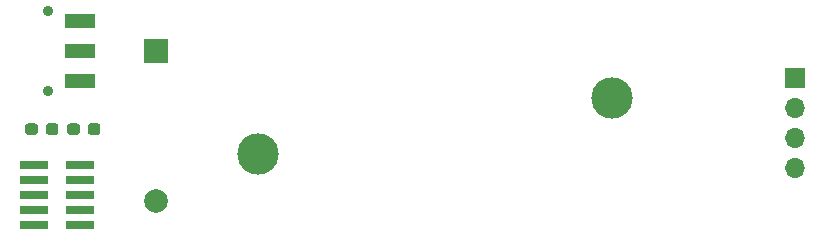
<source format=gbr>
G04 #@! TF.GenerationSoftware,KiCad,Pcbnew,(5.0.0)*
G04 #@! TF.CreationDate,2019-03-11T20:11:46-04:00*
G04 #@! TF.ProjectId,DebugAdapter,4465627567416461707465722E6B6963,rev?*
G04 #@! TF.SameCoordinates,Original*
G04 #@! TF.FileFunction,Soldermask,Top*
G04 #@! TF.FilePolarity,Negative*
%FSLAX46Y46*%
G04 Gerber Fmt 4.6, Leading zero omitted, Abs format (unit mm)*
G04 Created by KiCad (PCBNEW (5.0.0)) date 03/11/19 20:11:46*
%MOMM*%
%LPD*%
G01*
G04 APERTURE LIST*
%ADD10R,2.000000X2.000000*%
%ADD11C,2.000000*%
%ADD12C,3.500000*%
%ADD13C,0.100000*%
%ADD14C,0.950000*%
%ADD15R,2.400000X0.740000*%
%ADD16R,1.700000X1.700000*%
%ADD17O,1.700000X1.700000*%
%ADD18R,2.500000X1.250000*%
%ADD19C,0.900000*%
G04 APERTURE END LIST*
D10*
G04 #@! TO.C,BT1*
X109220000Y-81788000D03*
D11*
X109220000Y-94488000D03*
D12*
X117856000Y-90487500D03*
X147828000Y-85750400D03*
G04 #@! TD*
D13*
G04 #@! TO.C,D1*
G36*
X100753779Y-87918144D02*
X100776834Y-87921563D01*
X100799443Y-87927227D01*
X100821387Y-87935079D01*
X100842457Y-87945044D01*
X100862448Y-87957026D01*
X100881168Y-87970910D01*
X100898438Y-87986562D01*
X100914090Y-88003832D01*
X100927974Y-88022552D01*
X100939956Y-88042543D01*
X100949921Y-88063613D01*
X100957773Y-88085557D01*
X100963437Y-88108166D01*
X100966856Y-88131221D01*
X100968000Y-88154500D01*
X100968000Y-88629500D01*
X100966856Y-88652779D01*
X100963437Y-88675834D01*
X100957773Y-88698443D01*
X100949921Y-88720387D01*
X100939956Y-88741457D01*
X100927974Y-88761448D01*
X100914090Y-88780168D01*
X100898438Y-88797438D01*
X100881168Y-88813090D01*
X100862448Y-88826974D01*
X100842457Y-88838956D01*
X100821387Y-88848921D01*
X100799443Y-88856773D01*
X100776834Y-88862437D01*
X100753779Y-88865856D01*
X100730500Y-88867000D01*
X100155500Y-88867000D01*
X100132221Y-88865856D01*
X100109166Y-88862437D01*
X100086557Y-88856773D01*
X100064613Y-88848921D01*
X100043543Y-88838956D01*
X100023552Y-88826974D01*
X100004832Y-88813090D01*
X99987562Y-88797438D01*
X99971910Y-88780168D01*
X99958026Y-88761448D01*
X99946044Y-88741457D01*
X99936079Y-88720387D01*
X99928227Y-88698443D01*
X99922563Y-88675834D01*
X99919144Y-88652779D01*
X99918000Y-88629500D01*
X99918000Y-88154500D01*
X99919144Y-88131221D01*
X99922563Y-88108166D01*
X99928227Y-88085557D01*
X99936079Y-88063613D01*
X99946044Y-88042543D01*
X99958026Y-88022552D01*
X99971910Y-88003832D01*
X99987562Y-87986562D01*
X100004832Y-87970910D01*
X100023552Y-87957026D01*
X100043543Y-87945044D01*
X100064613Y-87935079D01*
X100086557Y-87927227D01*
X100109166Y-87921563D01*
X100132221Y-87918144D01*
X100155500Y-87917000D01*
X100730500Y-87917000D01*
X100753779Y-87918144D01*
X100753779Y-87918144D01*
G37*
D14*
X100443000Y-88392000D03*
D13*
G36*
X99003779Y-87918144D02*
X99026834Y-87921563D01*
X99049443Y-87927227D01*
X99071387Y-87935079D01*
X99092457Y-87945044D01*
X99112448Y-87957026D01*
X99131168Y-87970910D01*
X99148438Y-87986562D01*
X99164090Y-88003832D01*
X99177974Y-88022552D01*
X99189956Y-88042543D01*
X99199921Y-88063613D01*
X99207773Y-88085557D01*
X99213437Y-88108166D01*
X99216856Y-88131221D01*
X99218000Y-88154500D01*
X99218000Y-88629500D01*
X99216856Y-88652779D01*
X99213437Y-88675834D01*
X99207773Y-88698443D01*
X99199921Y-88720387D01*
X99189956Y-88741457D01*
X99177974Y-88761448D01*
X99164090Y-88780168D01*
X99148438Y-88797438D01*
X99131168Y-88813090D01*
X99112448Y-88826974D01*
X99092457Y-88838956D01*
X99071387Y-88848921D01*
X99049443Y-88856773D01*
X99026834Y-88862437D01*
X99003779Y-88865856D01*
X98980500Y-88867000D01*
X98405500Y-88867000D01*
X98382221Y-88865856D01*
X98359166Y-88862437D01*
X98336557Y-88856773D01*
X98314613Y-88848921D01*
X98293543Y-88838956D01*
X98273552Y-88826974D01*
X98254832Y-88813090D01*
X98237562Y-88797438D01*
X98221910Y-88780168D01*
X98208026Y-88761448D01*
X98196044Y-88741457D01*
X98186079Y-88720387D01*
X98178227Y-88698443D01*
X98172563Y-88675834D01*
X98169144Y-88652779D01*
X98168000Y-88629500D01*
X98168000Y-88154500D01*
X98169144Y-88131221D01*
X98172563Y-88108166D01*
X98178227Y-88085557D01*
X98186079Y-88063613D01*
X98196044Y-88042543D01*
X98208026Y-88022552D01*
X98221910Y-88003832D01*
X98237562Y-87986562D01*
X98254832Y-87970910D01*
X98273552Y-87957026D01*
X98293543Y-87945044D01*
X98314613Y-87935079D01*
X98336557Y-87927227D01*
X98359166Y-87921563D01*
X98382221Y-87918144D01*
X98405500Y-87917000D01*
X98980500Y-87917000D01*
X99003779Y-87918144D01*
X99003779Y-87918144D01*
G37*
D14*
X98693000Y-88392000D03*
G04 #@! TD*
D15*
G04 #@! TO.C,J1*
X98888000Y-91440000D03*
X102788000Y-91440000D03*
X98888000Y-92710000D03*
X102788000Y-92710000D03*
X98888000Y-93980000D03*
X102788000Y-93980000D03*
X98888000Y-95250000D03*
X102788000Y-95250000D03*
X98888000Y-96520000D03*
X102788000Y-96520000D03*
G04 #@! TD*
D16*
G04 #@! TO.C,J2*
X163322000Y-84074000D03*
D17*
X163322000Y-86614000D03*
X163322000Y-89154000D03*
X163322000Y-91694000D03*
G04 #@! TD*
D13*
G04 #@! TO.C,R1*
G36*
X102559779Y-87918144D02*
X102582834Y-87921563D01*
X102605443Y-87927227D01*
X102627387Y-87935079D01*
X102648457Y-87945044D01*
X102668448Y-87957026D01*
X102687168Y-87970910D01*
X102704438Y-87986562D01*
X102720090Y-88003832D01*
X102733974Y-88022552D01*
X102745956Y-88042543D01*
X102755921Y-88063613D01*
X102763773Y-88085557D01*
X102769437Y-88108166D01*
X102772856Y-88131221D01*
X102774000Y-88154500D01*
X102774000Y-88629500D01*
X102772856Y-88652779D01*
X102769437Y-88675834D01*
X102763773Y-88698443D01*
X102755921Y-88720387D01*
X102745956Y-88741457D01*
X102733974Y-88761448D01*
X102720090Y-88780168D01*
X102704438Y-88797438D01*
X102687168Y-88813090D01*
X102668448Y-88826974D01*
X102648457Y-88838956D01*
X102627387Y-88848921D01*
X102605443Y-88856773D01*
X102582834Y-88862437D01*
X102559779Y-88865856D01*
X102536500Y-88867000D01*
X101961500Y-88867000D01*
X101938221Y-88865856D01*
X101915166Y-88862437D01*
X101892557Y-88856773D01*
X101870613Y-88848921D01*
X101849543Y-88838956D01*
X101829552Y-88826974D01*
X101810832Y-88813090D01*
X101793562Y-88797438D01*
X101777910Y-88780168D01*
X101764026Y-88761448D01*
X101752044Y-88741457D01*
X101742079Y-88720387D01*
X101734227Y-88698443D01*
X101728563Y-88675834D01*
X101725144Y-88652779D01*
X101724000Y-88629500D01*
X101724000Y-88154500D01*
X101725144Y-88131221D01*
X101728563Y-88108166D01*
X101734227Y-88085557D01*
X101742079Y-88063613D01*
X101752044Y-88042543D01*
X101764026Y-88022552D01*
X101777910Y-88003832D01*
X101793562Y-87986562D01*
X101810832Y-87970910D01*
X101829552Y-87957026D01*
X101849543Y-87945044D01*
X101870613Y-87935079D01*
X101892557Y-87927227D01*
X101915166Y-87921563D01*
X101938221Y-87918144D01*
X101961500Y-87917000D01*
X102536500Y-87917000D01*
X102559779Y-87918144D01*
X102559779Y-87918144D01*
G37*
D14*
X102249000Y-88392000D03*
D13*
G36*
X104309779Y-87918144D02*
X104332834Y-87921563D01*
X104355443Y-87927227D01*
X104377387Y-87935079D01*
X104398457Y-87945044D01*
X104418448Y-87957026D01*
X104437168Y-87970910D01*
X104454438Y-87986562D01*
X104470090Y-88003832D01*
X104483974Y-88022552D01*
X104495956Y-88042543D01*
X104505921Y-88063613D01*
X104513773Y-88085557D01*
X104519437Y-88108166D01*
X104522856Y-88131221D01*
X104524000Y-88154500D01*
X104524000Y-88629500D01*
X104522856Y-88652779D01*
X104519437Y-88675834D01*
X104513773Y-88698443D01*
X104505921Y-88720387D01*
X104495956Y-88741457D01*
X104483974Y-88761448D01*
X104470090Y-88780168D01*
X104454438Y-88797438D01*
X104437168Y-88813090D01*
X104418448Y-88826974D01*
X104398457Y-88838956D01*
X104377387Y-88848921D01*
X104355443Y-88856773D01*
X104332834Y-88862437D01*
X104309779Y-88865856D01*
X104286500Y-88867000D01*
X103711500Y-88867000D01*
X103688221Y-88865856D01*
X103665166Y-88862437D01*
X103642557Y-88856773D01*
X103620613Y-88848921D01*
X103599543Y-88838956D01*
X103579552Y-88826974D01*
X103560832Y-88813090D01*
X103543562Y-88797438D01*
X103527910Y-88780168D01*
X103514026Y-88761448D01*
X103502044Y-88741457D01*
X103492079Y-88720387D01*
X103484227Y-88698443D01*
X103478563Y-88675834D01*
X103475144Y-88652779D01*
X103474000Y-88629500D01*
X103474000Y-88154500D01*
X103475144Y-88131221D01*
X103478563Y-88108166D01*
X103484227Y-88085557D01*
X103492079Y-88063613D01*
X103502044Y-88042543D01*
X103514026Y-88022552D01*
X103527910Y-88003832D01*
X103543562Y-87986562D01*
X103560832Y-87970910D01*
X103579552Y-87957026D01*
X103599543Y-87945044D01*
X103620613Y-87935079D01*
X103642557Y-87927227D01*
X103665166Y-87921563D01*
X103688221Y-87918144D01*
X103711500Y-87917000D01*
X104286500Y-87917000D01*
X104309779Y-87918144D01*
X104309779Y-87918144D01*
G37*
D14*
X103999000Y-88392000D03*
G04 #@! TD*
D18*
G04 #@! TO.C,SW1*
X102826000Y-79288000D03*
X102826000Y-81788000D03*
X102826000Y-84288000D03*
D19*
X100076000Y-78388000D03*
X100076000Y-85188000D03*
G04 #@! TD*
M02*

</source>
